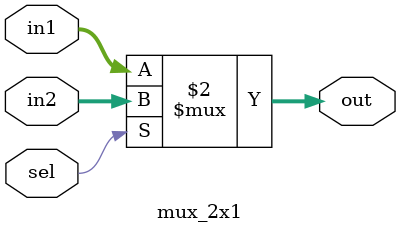
<source format=v>


module mux_2x1(
	input [31:0] in1,
	input [31:0] in2,
	input sel,
	output [31:0]out
);

assign out = (sel==0) ? in1 : in2;


endmodule

</source>
